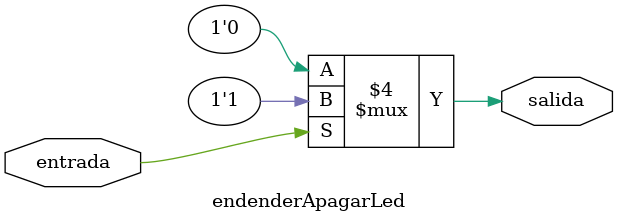
<source format=v>
module endenderApagarLed(
    input entrada,
    output reg salida//Las salidas usadas dentro de un condicional o bucle las debo declarar como reg.
    );
	
	//Condicional para encendido y apagado del led.
	always@(entrada)
	begin
		if(entrada == 1'b1)
		begin
			salida = 1'b1; //Encender led.
		end else begin
			salida = 1'b0; //Apagar led.
		end
	end
endmodule

</source>
